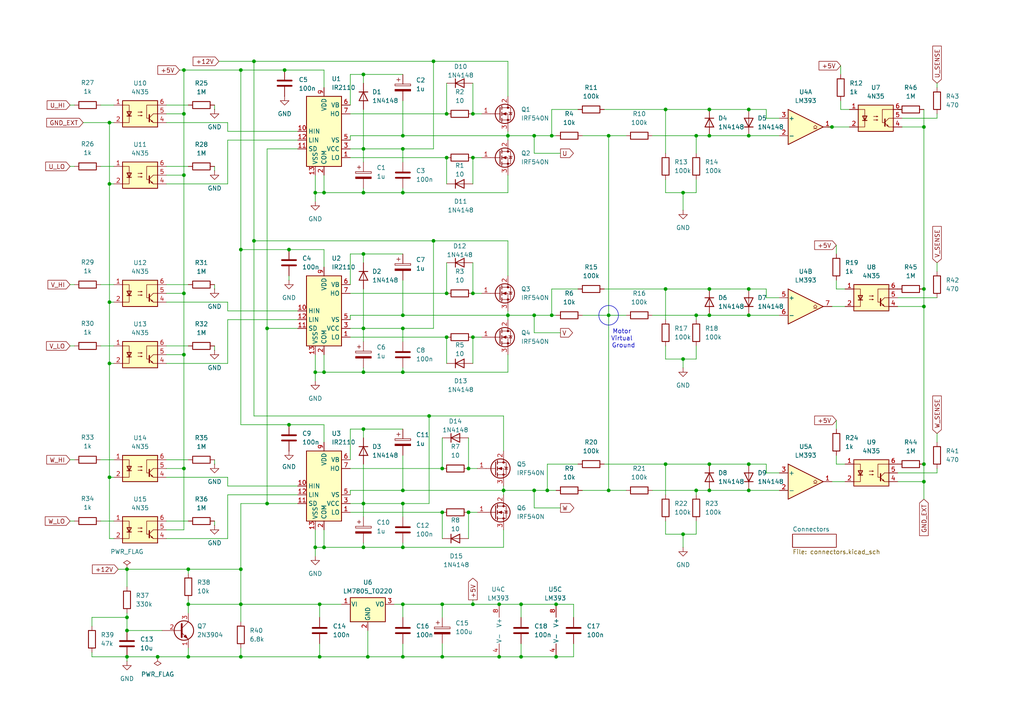
<source format=kicad_sch>
(kicad_sch (version 20231120) (generator "eeschema") (generator_version "8.0")
  (paper "A4")
  (junction (at 176.53 91.44))
  (junction (at 116.84 43.18))
  (junction (at 144.78 175.26))
  (junction (at 129.54 85.09))
  (junction (at 267.97 36.83))
  (junction (at 116.84 107.95))
  (junction (at 53.34 135.89))
  (junction (at 31.75 35.56))
  (junction (at 205.74 142.24))
  (junction (at 151.13 190.5))
  (junction (at 158.75 142.24))
  (junction (at 106.68 190.5))
  (junction (at 36.83 179.07))
  (junction (at 53.34 20.32))
  (junction (at 217.17 91.44))
  (junction (at 77.47 146.05))
  (junction (at 82.55 20.32))
  (junction (at 105.41 146.05))
  (junction (at 147.32 39.37))
  (junction (at 116.84 190.5))
  (junction (at 160.02 39.37))
  (junction (at 267.97 88.9))
  (junction (at 146.05 142.24))
  (junction (at 201.93 91.44))
  (junction (at 176.53 142.24))
  (junction (at 193.04 83.82))
  (junction (at 105.41 124.46))
  (junction (at 116.84 55.88))
  (junction (at 69.85 165.1))
  (junction (at 53.34 102.87))
  (junction (at 69.85 20.32))
  (junction (at 36.83 190.5))
  (junction (at 105.41 21.59))
  (junction (at 176.53 39.37))
  (junction (at 116.84 146.05))
  (junction (at 69.85 72.39))
  (junction (at 137.16 33.02))
  (junction (at 93.98 55.88))
  (junction (at 160.02 91.44))
  (junction (at 147.32 91.44))
  (junction (at 154.94 91.44))
  (junction (at 91.44 107.95))
  (junction (at 93.98 107.95))
  (junction (at 105.41 95.25))
  (junction (at 217.17 83.82))
  (junction (at 105.41 107.95))
  (junction (at 53.34 50.8))
  (junction (at 198.12 154.94))
  (junction (at 36.83 165.1))
  (junction (at 73.66 17.78))
  (junction (at 128.27 148.59))
  (junction (at 137.16 97.79))
  (junction (at 92.71 190.5))
  (junction (at 129.54 45.72))
  (junction (at 116.84 175.26))
  (junction (at 137.16 175.26))
  (junction (at 105.41 73.66))
  (junction (at 124.46 120.65))
  (junction (at 217.17 142.24))
  (junction (at 93.98 158.75))
  (junction (at 125.73 69.85))
  (junction (at 128.27 175.26))
  (junction (at 193.04 31.75))
  (junction (at 135.89 148.59))
  (junction (at 205.74 39.37))
  (junction (at 105.41 55.88))
  (junction (at 31.75 138.43))
  (junction (at 77.47 95.25))
  (junction (at 267.97 83.82))
  (junction (at 129.54 33.02))
  (junction (at 161.29 175.26))
  (junction (at 205.74 31.75))
  (junction (at 201.93 142.24))
  (junction (at 198.12 55.88))
  (junction (at 137.16 45.72))
  (junction (at 144.78 190.5))
  (junction (at 105.41 158.75))
  (junction (at 267.97 134.62))
  (junction (at 137.16 85.09))
  (junction (at 241.3 36.83))
  (junction (at 92.71 175.26))
  (junction (at 125.73 17.78))
  (junction (at 154.94 39.37))
  (junction (at 205.74 91.44))
  (junction (at 36.83 182.88))
  (junction (at 116.84 158.75))
  (junction (at 69.85 175.26))
  (junction (at 53.34 33.02))
  (junction (at 154.94 142.24))
  (junction (at 128.27 135.89))
  (junction (at 116.84 39.37))
  (junction (at 217.17 39.37))
  (junction (at 83.82 72.39))
  (junction (at 193.04 134.62))
  (junction (at 116.84 142.24))
  (junction (at 217.17 31.75))
  (junction (at 205.74 83.82))
  (junction (at 128.27 190.5))
  (junction (at 198.12 104.14))
  (junction (at 105.41 43.18))
  (junction (at 54.61 190.5))
  (junction (at 31.75 53.34))
  (junction (at 116.84 95.25))
  (junction (at 83.82 123.19))
  (junction (at 201.93 39.37))
  (junction (at 54.61 175.26))
  (junction (at 161.29 190.5))
  (junction (at 45.72 190.5))
  (junction (at 69.85 190.5))
  (junction (at 31.75 87.63))
  (junction (at 73.66 69.85))
  (junction (at 116.84 91.44))
  (junction (at 151.13 175.26))
  (junction (at 217.17 134.62))
  (junction (at 91.44 55.88))
  (junction (at 31.75 105.41))
  (junction (at 91.44 158.75))
  (junction (at 129.54 97.79))
  (junction (at 135.89 135.89))
  (junction (at 267.97 139.7))
  (junction (at 54.61 165.1))
  (junction (at 205.74 134.62))
  (junction (at 53.34 85.09))
  (wire (pts (xy 116.84 157.48) (xy 116.84 158.75)))
  (wire (pts (xy 48.26 153.67) (xy 53.34 153.67)))
  (wire (pts (xy 69.85 146.05) (xy 69.85 165.1)))
  (wire (pts (xy 217.17 83.82) (xy 222.25 83.82)))
  (wire (pts (xy 21.59 82.55) (xy 20.32 82.55)))
  (wire (pts (xy 66.04 90.17) (xy 86.36 90.17)))
  (wire (pts (xy 267.97 36.83) (xy 267.97 83.82)))
  (wire (pts (xy 29.21 30.48) (xy 33.02 30.48)))
  (wire (pts (xy 193.04 154.94) (xy 198.12 154.94)))
  (wire (pts (xy 77.47 95.25) (xy 86.36 95.25)))
  (wire (pts (xy 201.93 143.51) (xy 201.93 142.24)))
  (wire (pts (xy 151.13 175.26) (xy 161.29 175.26)))
  (wire (pts (xy 151.13 190.5) (xy 161.29 190.5)))
  (wire (pts (xy 105.41 73.66) (xy 105.41 76.2)))
  (wire (pts (xy 52.07 20.32) (xy 53.34 20.32)))
  (wire (pts (xy 21.59 151.13) (xy 20.32 151.13)))
  (wire (pts (xy 45.72 190.5) (xy 54.61 190.5)))
  (wire (pts (xy 105.41 54.61) (xy 105.41 55.88)))
  (wire (pts (xy 193.04 52.07) (xy 193.04 55.88)))
  (wire (pts (xy 116.84 106.68) (xy 116.84 107.95)))
  (wire (pts (xy 101.6 45.72) (xy 129.54 45.72)))
  (wire (pts (xy 101.6 91.44) (xy 101.6 92.71)))
  (wire (pts (xy 29.21 133.35) (xy 33.02 133.35)))
  (wire (pts (xy 91.44 50.8) (xy 91.44 55.88)))
  (wire (pts (xy 33.02 138.43) (xy 31.75 138.43)))
  (wire (pts (xy 53.34 135.89) (xy 53.34 153.67)))
  (wire (pts (xy 271.78 24.13) (xy 271.78 25.4)))
  (wire (pts (xy 66.04 140.97) (xy 66.04 138.43)))
  (wire (pts (xy 31.75 53.34) (xy 31.75 87.63)))
  (wire (pts (xy 201.93 100.33) (xy 201.93 104.14)))
  (wire (pts (xy 193.04 134.62) (xy 193.04 143.51)))
  (wire (pts (xy 105.41 106.68) (xy 105.41 107.95)))
  (wire (pts (xy 105.41 21.59) (xy 116.84 21.59)))
  (wire (pts (xy 31.75 105.41) (xy 33.02 105.41)))
  (wire (pts (xy 198.12 55.88) (xy 201.93 55.88)))
  (wire (pts (xy 91.44 102.87) (xy 91.44 107.95)))
  (wire (pts (xy 147.32 90.17) (xy 147.32 91.44)))
  (wire (pts (xy 63.5 17.78) (xy 73.66 17.78)))
  (wire (pts (xy 105.41 55.88) (xy 93.98 55.88)))
  (wire (pts (xy 101.6 30.48) (xy 101.6 21.59)))
  (wire (pts (xy 36.83 190.5) (xy 45.72 190.5)))
  (wire (pts (xy 201.93 92.71) (xy 201.93 91.44)))
  (wire (pts (xy 101.6 97.79) (xy 129.54 97.79)))
  (wire (pts (xy 36.83 190.5) (xy 36.83 191.77)))
  (wire (pts (xy 144.78 175.26) (xy 151.13 175.26)))
  (wire (pts (xy 154.94 96.52) (xy 162.56 96.52)))
  (wire (pts (xy 217.17 91.44) (xy 226.06 91.44)))
  (wire (pts (xy 129.54 45.72) (xy 129.54 53.34)))
  (wire (pts (xy 116.84 43.18) (xy 125.73 43.18)))
  (wire (pts (xy 193.04 31.75) (xy 193.04 44.45)))
  (wire (pts (xy 147.32 69.85) (xy 147.32 80.01)))
  (wire (pts (xy 66.04 140.97) (xy 86.36 140.97)))
  (wire (pts (xy 246.38 31.75) (xy 243.84 31.75)))
  (wire (pts (xy 91.44 153.67) (xy 91.44 158.75)))
  (wire (pts (xy 62.23 83.82) (xy 62.23 82.55)))
  (wire (pts (xy 48.26 48.26) (xy 54.61 48.26)))
  (wire (pts (xy 147.32 102.87) (xy 147.32 107.95)))
  (wire (pts (xy 205.74 31.75) (xy 193.04 31.75)))
  (wire (pts (xy 205.74 91.44) (xy 217.17 91.44)))
  (wire (pts (xy 105.41 21.59) (xy 105.41 24.13)))
  (wire (pts (xy 205.74 83.82) (xy 217.17 83.82)))
  (wire (pts (xy 62.23 134.62) (xy 62.23 133.35)))
  (wire (pts (xy 198.12 104.14) (xy 201.93 104.14)))
  (wire (pts (xy 267.97 139.7) (xy 267.97 144.78)))
  (wire (pts (xy 201.93 142.24) (xy 205.74 142.24)))
  (wire (pts (xy 128.27 190.5) (xy 144.78 190.5)))
  (wire (pts (xy 86.36 43.18) (xy 77.47 43.18)))
  (wire (pts (xy 154.94 39.37) (xy 154.94 44.45)))
  (wire (pts (xy 267.97 134.62) (xy 267.97 88.9)))
  (wire (pts (xy 21.59 48.26) (xy 20.32 48.26)))
  (wire (pts (xy 105.41 95.25) (xy 105.41 99.06)))
  (wire (pts (xy 101.6 124.46) (xy 105.41 124.46)))
  (wire (pts (xy 217.17 31.75) (xy 222.25 31.75)))
  (wire (pts (xy 34.29 165.1) (xy 36.83 165.1)))
  (wire (pts (xy 66.04 38.1) (xy 86.36 38.1)))
  (wire (pts (xy 93.98 102.87) (xy 93.98 107.95)))
  (wire (pts (xy 77.47 43.18) (xy 77.47 95.25)))
  (wire (pts (xy 48.26 100.33) (xy 54.61 100.33)))
  (wire (pts (xy 21.59 30.48) (xy 20.32 30.48)))
  (wire (pts (xy 271.78 76.2) (xy 271.78 78.74)))
  (wire (pts (xy 154.94 39.37) (xy 160.02 39.37)))
  (wire (pts (xy 31.75 87.63) (xy 33.02 87.63)))
  (wire (pts (xy 66.04 156.21) (xy 66.04 143.51)))
  (wire (pts (xy 147.32 55.88) (xy 116.84 55.88)))
  (wire (pts (xy 267.97 36.83) (xy 261.62 36.83)))
  (wire (pts (xy 137.16 97.79) (xy 139.7 97.79)))
  (wire (pts (xy 66.04 90.17) (xy 66.04 87.63)))
  (wire (pts (xy 245.11 83.82) (xy 242.57 83.82)))
  (wire (pts (xy 36.83 165.1) (xy 54.61 165.1)))
  (wire (pts (xy 261.62 34.29) (xy 271.78 34.29)))
  (wire (pts (xy 154.94 142.24) (xy 154.94 147.32)))
  (wire (pts (xy 135.89 148.59) (xy 135.89 156.21)))
  (wire (pts (xy 167.64 134.62) (xy 158.75 134.62)))
  (wire (pts (xy 48.26 135.89) (xy 53.34 135.89)))
  (wire (pts (xy 241.3 139.7) (xy 245.11 139.7)))
  (wire (pts (xy 31.75 35.56) (xy 31.75 53.34)))
  (wire (pts (xy 198.12 104.14) (xy 198.12 106.68)))
  (wire (pts (xy 193.04 104.14) (xy 198.12 104.14)))
  (wire (pts (xy 168.91 142.24) (xy 176.53 142.24)))
  (wire (pts (xy 151.13 186.69) (xy 151.13 190.5)))
  (wire (pts (xy 21.59 100.33) (xy 20.32 100.33)))
  (wire (pts (xy 147.32 107.95) (xy 116.84 107.95)))
  (wire (pts (xy 21.59 133.35) (xy 20.32 133.35)))
  (wire (pts (xy 48.26 151.13) (xy 54.61 151.13)))
  (wire (pts (xy 146.05 158.75) (xy 116.84 158.75)))
  (wire (pts (xy 128.27 148.59) (xy 128.27 156.21)))
  (wire (pts (xy 124.46 146.05) (xy 124.46 120.65)))
  (wire (pts (xy 86.36 143.51) (xy 66.04 143.51)))
  (wire (pts (xy 105.41 55.88) (xy 116.84 55.88)))
  (wire (pts (xy 101.6 39.37) (xy 101.6 40.64)))
  (wire (pts (xy 31.75 53.34) (xy 33.02 53.34)))
  (wire (pts (xy 201.93 39.37) (xy 205.74 39.37)))
  (wire (pts (xy 125.73 95.25) (xy 125.73 69.85)))
  (wire (pts (xy 48.26 50.8) (xy 53.34 50.8)))
  (wire (pts (xy 73.66 69.85) (xy 125.73 69.85)))
  (wire (pts (xy 116.84 54.61) (xy 116.84 55.88)))
  (wire (pts (xy 166.37 175.26) (xy 166.37 179.07)))
  (wire (pts (xy 77.47 146.05) (xy 86.36 146.05)))
  (wire (pts (xy 48.26 133.35) (xy 54.61 133.35)))
  (wire (pts (xy 137.16 33.02) (xy 139.7 33.02)))
  (wire (pts (xy 137.16 45.72) (xy 139.7 45.72)))
  (wire (pts (xy 151.13 175.26) (xy 151.13 179.07)))
  (wire (pts (xy 53.34 33.02) (xy 53.34 50.8)))
  (wire (pts (xy 105.41 43.18) (xy 101.6 43.18)))
  (wire (pts (xy 147.32 17.78) (xy 125.73 17.78)))
  (wire (pts (xy 261.62 31.75) (xy 260.35 31.75)))
  (wire (pts (xy 105.41 134.62) (xy 105.41 146.05)))
  (wire (pts (xy 135.89 127) (xy 135.89 135.89)))
  (wire (pts (xy 62.23 101.6) (xy 62.23 100.33)))
  (wire (pts (xy 167.64 31.75) (xy 160.02 31.75)))
  (wire (pts (xy 53.34 102.87) (xy 53.34 135.89)))
  (wire (pts (xy 31.75 105.41) (xy 31.75 138.43)))
  (wire (pts (xy 205.74 31.75) (xy 217.17 31.75)))
  (wire (pts (xy 26.67 181.61) (xy 26.67 179.07)))
  (wire (pts (xy 53.34 50.8) (xy 53.34 85.09)))
  (wire (pts (xy 101.6 82.55) (xy 101.6 73.66)))
  (wire (pts (xy 154.94 44.45) (xy 162.56 44.45)))
  (wire (pts (xy 137.16 45.72) (xy 137.16 53.34)))
  (wire (pts (xy 242.57 83.82) (xy 242.57 81.28)))
  (wire (pts (xy 66.04 105.41) (xy 66.04 92.71)))
  (wire (pts (xy 241.3 36.83) (xy 246.38 36.83)))
  (wire (pts (xy 271.78 125.73) (xy 271.78 128.27)))
  (wire (pts (xy 48.26 35.56) (xy 66.04 35.56)))
  (wire (pts (xy 69.85 72.39) (xy 83.82 72.39)))
  (wire (pts (xy 48.26 82.55) (xy 54.61 82.55)))
  (wire (pts (xy 83.82 72.39) (xy 93.98 72.39)))
  (wire (pts (xy 137.16 76.2) (xy 137.16 85.09)))
  (wire (pts (xy 222.25 134.62) (xy 222.25 137.16)))
  (wire (pts (xy 160.02 31.75) (xy 160.02 39.37)))
  (wire (pts (xy 146.05 120.65) (xy 124.46 120.65)))
  (wire (pts (xy 66.04 92.71) (xy 86.36 92.71)))
  (wire (pts (xy 240.03 36.83) (xy 241.3 36.83)))
  (wire (pts (xy 93.98 123.19) (xy 93.98 128.27)))
  (wire (pts (xy 83.82 123.19) (xy 93.98 123.19)))
  (wire (pts (xy 73.66 120.65) (xy 124.46 120.65)))
  (wire (pts (xy 260.35 86.36) (xy 271.78 86.36)))
  (wire (pts (xy 160.02 91.44) (xy 161.29 91.44)))
  (wire (pts (xy 217.17 134.62) (xy 222.25 134.62)))
  (wire (pts (xy 116.84 146.05) (xy 124.46 146.05)))
  (wire (pts (xy 128.27 175.26) (xy 137.16 175.26)))
  (wire (pts (xy 176.53 91.44) (xy 176.53 142.24)))
  (wire (pts (xy 48.26 33.02) (xy 53.34 33.02)))
  (wire (pts (xy 198.12 154.94) (xy 198.12 158.75)))
  (wire (pts (xy 66.04 53.34) (xy 66.04 40.64)))
  (wire (pts (xy 267.97 31.75) (xy 267.97 36.83)))
  (wire (pts (xy 101.6 133.35) (xy 101.6 124.46)))
  (wire (pts (xy 48.26 138.43) (xy 66.04 138.43)))
  (wire (pts (xy 222.25 34.29) (xy 226.06 34.29)))
  (wire (pts (xy 53.34 20.32) (xy 53.34 33.02)))
  (wire (pts (xy 106.68 190.5) (xy 106.68 182.88)))
  (wire (pts (xy 116.84 95.25) (xy 125.73 95.25)))
  (wire (pts (xy 129.54 24.13) (xy 129.54 33.02)))
  (wire (pts (xy 36.83 179.07) (xy 36.83 182.88)))
  (wire (pts (xy 243.84 19.05) (xy 243.84 21.59)))
  (wire (pts (xy 105.41 83.82) (xy 105.41 95.25)))
  (wire (pts (xy 160.02 83.82) (xy 160.02 91.44)))
  (wire (pts (xy 54.61 165.1) (xy 69.85 165.1)))
  (wire (pts (xy 69.85 190.5) (xy 92.71 190.5)))
  (wire (pts (xy 73.66 69.85) (xy 73.66 120.65)))
  (wire (pts (xy 168.91 91.44) (xy 176.53 91.44)))
  (wire (pts (xy 105.41 146.05) (xy 116.84 146.05)))
  (wire (pts (xy 137.16 97.79) (xy 137.16 105.41)))
  (wire (pts (xy 48.26 87.63) (xy 66.04 87.63)))
  (wire (pts (xy 91.44 158.75) (xy 91.44 161.29)))
  (wire (pts (xy 93.98 20.32) (xy 93.98 25.4)))
  (wire (pts (xy 137.16 24.13) (xy 137.16 33.02)))
  (wire (pts (xy 116.84 29.21) (xy 116.84 39.37)))
  (wire (pts (xy 62.23 152.4) (xy 62.23 151.13)))
  (wire (pts (xy 242.57 121.92) (xy 242.57 124.46)))
  (wire (pts (xy 243.84 31.75) (xy 243.84 29.21)))
  (wire (pts (xy 101.6 85.09) (xy 129.54 85.09)))
  (wire (pts (xy 217.17 142.24) (xy 226.06 142.24)))
  (wire (pts (xy 82.55 20.32) (xy 93.98 20.32)))
  (wire (pts (xy 271.78 33.02) (xy 271.78 34.29)))
  (wire (pts (xy 26.67 189.23) (xy 26.67 190.5)))
  (wire (pts (xy 116.84 91.44) (xy 147.32 91.44)))
  (wire (pts (xy 69.85 123.19) (xy 83.82 123.19)))
  (wire (pts (xy 91.44 55.88) (xy 91.44 58.42)))
  (wire (pts (xy 116.84 146.05) (xy 116.84 149.86)))
  (wire (pts (xy 69.85 175.26) (xy 69.85 180.34)))
  (wire (pts (xy 62.23 49.53) (xy 62.23 48.26)))
  (wire (pts (xy 48.26 102.87) (xy 53.34 102.87)))
  (wire (pts (xy 242.57 71.12) (xy 242.57 73.66)))
  (wire (pts (xy 66.04 40.64) (xy 86.36 40.64)))
  (wire (pts (xy 160.02 39.37) (xy 161.29 39.37)))
  (wire (pts (xy 29.21 100.33) (xy 33.02 100.33)))
  (wire (pts (xy 222.25 137.16) (xy 226.06 137.16)))
  (wire (pts (xy 54.61 165.1) (xy 54.61 166.37)))
  (wire (pts (xy 116.84 43.18) (xy 116.84 46.99)))
  (wire (pts (xy 54.61 187.96) (xy 54.61 190.5)))
  (wire (pts (xy 201.93 91.44) (xy 205.74 91.44)))
  (wire (pts (xy 114.3 175.26) (xy 116.84 175.26)))
  (wire (pts (xy 137.16 175.26) (xy 144.78 175.26)))
  (wire (pts (xy 93.98 158.75) (xy 91.44 158.75)))
  (wire (pts (xy 137.16 173.99) (xy 137.16 175.26)))
  (wire (pts (xy 147.32 69.85) (xy 125.73 69.85)))
  (wire (pts (xy 241.3 88.9) (xy 245.11 88.9)))
  (wire (pts (xy 101.6 73.66) (xy 105.41 73.66)))
  (wire (pts (xy 189.23 39.37) (xy 201.93 39.37)))
  (wire (pts (xy 147.32 39.37) (xy 147.32 40.64)))
  (wire (pts (xy 105.41 158.75) (xy 116.84 158.75)))
  (wire (pts (xy 91.44 107.95) (xy 91.44 110.49)))
  (wire (pts (xy 26.67 179.07) (xy 36.83 179.07)))
  (wire (pts (xy 271.78 135.89) (xy 271.78 137.16)))
  (wire (pts (xy 105.41 31.75) (xy 105.41 43.18)))
  (wire (pts (xy 29.21 48.26) (xy 33.02 48.26)))
  (wire (pts (xy 54.61 175.26) (xy 54.61 177.8)))
  (wire (pts (xy 147.32 38.1) (xy 147.32 39.37)))
  (wire (pts (xy 116.84 186.69) (xy 116.84 190.5)))
  (wire (pts (xy 193.04 83.82) (xy 175.26 83.82)))
  (wire (pts (xy 245.11 134.62) (xy 242.57 134.62)))
  (wire (pts (xy 201.93 52.07) (xy 201.93 55.88)))
  (wire (pts (xy 144.78 190.5) (xy 151.13 190.5)))
  (wire (pts (xy 105.41 157.48) (xy 105.41 158.75)))
  (wire (pts (xy 36.83 177.8) (xy 36.83 179.07)))
  (wire (pts (xy 105.41 73.66) (xy 116.84 73.66)))
  (wire (pts (xy 105.41 95.25) (xy 101.6 95.25)))
  (wire (pts (xy 105.41 124.46) (xy 116.84 124.46)))
  (wire (pts (xy 101.6 39.37) (xy 116.84 39.37)))
  (wire (pts (xy 116.84 39.37) (xy 147.32 39.37)))
  (wire (pts (xy 105.41 95.25) (xy 116.84 95.25)))
  (wire (pts (xy 137.16 85.09) (xy 139.7 85.09)))
  (wire (pts (xy 36.83 170.18) (xy 36.83 165.1)))
  (wire (pts (xy 31.75 87.63) (xy 31.75 105.41)))
  (wire (pts (xy 146.05 120.65) (xy 146.05 130.81)))
  (wire (pts (xy 77.47 95.25) (xy 77.47 146.05)))
  (wire (pts (xy 101.6 91.44) (xy 116.84 91.44)))
  (wire (pts (xy 105.41 43.18) (xy 105.41 46.99)))
  (wire (pts (xy 116.84 81.28) (xy 116.84 91.44)))
  (wire (pts (xy 260.35 137.16) (xy 271.78 137.16)))
  (wire (pts (xy 205.74 134.62) (xy 193.04 134.62)))
  (wire (pts (xy 222.25 31.75) (xy 222.25 34.29)))
  (wire (pts (xy 105.41 158.75) (xy 93.98 158.75)))
  (wire (pts (xy 217.17 39.37) (xy 226.06 39.37)))
  (wire (pts (xy 128.27 127) (xy 128.27 135.89)))
  (wire (pts (xy 101.6 135.89) (xy 128.27 135.89)))
  (wire (pts (xy 116.84 190.5) (xy 106.68 190.5)))
  (wire (pts (xy 176.53 91.44) (xy 181.61 91.44)))
  (wire (pts (xy 29.21 151.13) (xy 33.02 151.13)))
  (wire (pts (xy 36.83 190.5) (xy 26.67 190.5)))
  (wire (pts (xy 83.82 80.01) (xy 83.82 81.28)))
  (wire (pts (xy 146.05 142.24) (xy 146.05 143.51)))
  (wire (pts (xy 205.74 39.37) (xy 217.17 39.37)))
  (wire (pts (xy 69.85 20.32) (xy 69.85 72.39)))
  (wire (pts (xy 105.41 107.95) (xy 93.98 107.95)))
  (wire (pts (xy 54.61 190.5) (xy 69.85 190.5)))
  (wire (pts (xy 105.41 124.46) (xy 105.41 127)))
  (wire (pts (xy 147.32 91.44) (xy 154.94 91.44)))
  (wire (pts (xy 128.27 186.69) (xy 128.27 190.5)))
  (wire (pts (xy 242.57 134.62) (xy 242.57 132.08)))
  (wire (pts (xy 101.6 142.24) (xy 101.6 143.51)))
  (wire (pts (xy 147.32 39.37) (xy 154.94 39.37)))
  (wire (pts (xy 135.89 148.59) (xy 138.43 148.59)))
  (wire (pts (xy 193.04 55.88) (xy 198.12 55.88)))
  (wire (pts (xy 168.91 39.37) (xy 176.53 39.37)))
  (wire (pts (xy 29.21 82.55) (xy 33.02 82.55)))
  (wire (pts (xy 146.05 153.67) (xy 146.05 158.75)))
  (wire (pts (xy 62.23 31.75) (xy 62.23 30.48)))
  (wire (pts (xy 92.71 175.26) (xy 99.06 175.26)))
  (wire (pts (xy 105.41 43.18) (xy 116.84 43.18)))
  (wire (pts (xy 154.94 91.44) (xy 154.94 96.52)))
  (wire (pts (xy 31.75 156.21) (xy 31.75 138.43)))
  (wire (pts (xy 161.29 175.26) (xy 166.37 175.26)))
  (wire (pts (xy 129.54 76.2) (xy 129.54 85.09)))
  (wire (pts (xy 222.25 83.82) (xy 222.25 86.36)))
  (wire (pts (xy 129.54 97.79) (xy 129.54 105.41)))
  (wire (pts (xy 48.26 85.09) (xy 53.34 85.09)))
  (wire (pts (xy 146.05 142.24) (xy 154.94 142.24)))
  (wire (pts (xy 48.26 105.41) (xy 66.04 105.41)))
  (wire (pts (xy 176.53 39.37) (xy 181.61 39.37)))
  (wire (pts (xy 166.37 186.69) (xy 166.37 190.5)))
  (wire (pts (xy 193.04 151.13) (xy 193.04 154.94)))
  (wire (pts (xy 198.12 154.94) (xy 201.93 154.94)))
  (wire (pts (xy 116.84 142.24) (xy 146.05 142.24)))
  (wire (pts (xy 205.74 142.24) (xy 217.17 142.24)))
  (wire (pts (xy 93.98 107.95) (xy 91.44 107.95)))
  (wire (pts (xy 125.73 43.18) (xy 125.73 17.78)))
  (wire (pts (xy 93.98 77.47) (xy 93.98 72.39)))
  (wire (pts (xy 267.97 83.82) (xy 267.97 88.9)))
  (wire (pts (xy 73.66 17.78) (xy 73.66 69.85)))
  (wire (pts (xy 66.04 38.1) (xy 66.04 35.56)))
  (wire (pts (xy 105.41 146.05) (xy 101.6 146.05)))
  (wire (pts (xy 205.74 83.82) (xy 193.04 83.82)))
  (wire (pts (xy 101.6 21.59) (xy 105.41 21.59)))
  (wire (pts (xy 189.23 142.24) (xy 201.93 142.24)))
  (wire (pts (xy 54.61 175.26) (xy 69.85 175.26)))
  (wire (pts (xy 222.25 86.36) (xy 226.06 86.36)))
  (wire (pts (xy 116.84 175.26) (xy 116.84 179.07)))
  (wire (pts (xy 158.75 134.62) (xy 158.75 142.24)))
  (wire (pts (xy 260.35 88.9) (xy 267.97 88.9)))
  (wire (pts (xy 69.85 187.96) (xy 69.85 190.5)))
  (wire (pts (xy 201.93 151.13) (xy 201.93 154.94)))
  (wire (pts (xy 92.71 186.69) (xy 92.71 190.5)))
  (wire (pts (xy 128.27 175.26) (xy 128.27 179.07)))
  (wire (pts (xy 54.61 173.99) (xy 54.61 175.26)))
  (wire (pts (xy 147.32 91.44) (xy 147.32 92.71)))
  (wire (pts (xy 176.53 142.24) (xy 181.61 142.24)))
  (wire (pts (xy 92.71 190.5) (xy 106.68 190.5)))
  (wire (pts (xy 116.84 95.25) (xy 116.84 99.06)))
  (wire (pts (xy 93.98 55.88) (xy 91.44 55.88)))
  (wire (pts (xy 105.41 146.05) (xy 105.41 149.86)))
  (wire (pts (xy 69.85 175.26) (xy 92.71 175.26)))
  (wire (pts (xy 205.74 134.62) (xy 217.17 134.62)))
  (wire (pts (xy 147.32 50.8) (xy 147.32 55.88)))
  (wire (pts (xy 36.83 182.88) (xy 46.99 182.88)))
  (wire (pts (xy 116.84 175.26) (xy 128.27 175.26)))
  (wire (pts (xy 73.66 17.78) (xy 125.73 17.78)))
  (wire (pts (xy 189.23 91.44) (xy 201.93 91.44)))
  (wire (pts (xy 193.04 31.75) (xy 175.26 31.75)))
  (wire (pts (xy 48.26 30.48) (xy 54.61 30.48)))
  (wire (pts (xy 161.29 190.5) (xy 166.37 190.5)))
  (wire (pts (xy 154.94 142.24) (xy 158.75 142.24)))
  (wire (pts (xy 92.71 175.26) (xy 92.71 179.07)))
  (wire (pts (xy 33.02 156.21) (xy 31.75 156.21)))
  (wire (pts (xy 260.35 139.7) (xy 267.97 139.7)))
  (wire (pts (xy 101.6 33.02) (xy 129.54 33.02)))
  (wire (pts (xy 48.26 53.34) (xy 66.04 53.34)))
  (wire (pts (xy 147.32 17.78) (xy 147.32 27.94)))
  (wire (pts (xy 135.89 135.89) (xy 138.43 135.89)))
  (wire (pts (xy 193.04 134.62) (xy 175.26 134.62)))
  (wire (pts (xy 154.94 147.32) (xy 162.56 147.32)))
  (wire (pts (xy 69.85 165.1) (xy 69.85 175.26)))
  (wire (pts (xy 267.97 139.7) (xy 267.97 134.62)))
  (wire (pts (xy 93.98 50.8) (xy 93.98 55.88)))
  (wire (pts (xy 201.93 44.45) (xy 201.93 39.37)))
  (wire (pts (xy 101.6 142.24) (xy 116.84 142.24)))
  (wire (pts (xy 93.98 153.67) (xy 93.98 158.75)))
  (wire (pts (xy 193.04 100.33) (xy 193.04 104.14)))
  (wire (pts (xy 158.75 142.24) (xy 161.29 142.24)))
  (wire (pts (xy 198.12 55.88) (xy 198.12 60.96)))
  (wire (pts (xy 53.34 20.32) (xy 69.85 20.32)))
  (wire (pts (xy 154.94 91.44) (xy 160.02 91.44)))
  (wire (pts (xy 167.64 83.82) (xy 160.02 83.82)))
  (wire (pts (xy 31.75 35.56) (xy 33.02 35.56)))
  (wire (pts (xy 176.53 39.37) (xy 176.53 91.44)))
  (wire (pts (xy 105.41 107.95) (xy 116.84 107.95)))
  (wire (pts (xy 193.04 83.82) (xy 193.04 92.71)))
  (wire (pts (xy 146.05 140.97) (xy 146.05 142.24)))
  (wire (pts (xy 101.6 148.59) (xy 128.27 148.59)))
  (wire (pts (xy 24.13 35.56) (xy 31.75 35.56)))
  (wire (pts (xy 69.85 146.05) (xy 77.47 146.05)))
  (wire (pts (xy 69.85 20.32) (xy 82.55 20.32)))
  (wire (pts (xy 48.26 156.21) (xy 66.04 156.21)))
  (wire (pts (xy 128.27 190.5) (xy 116.84 190.5)))
  (wire (pts (xy 116.84 132.08) (xy 116.84 142.24)))
  (wire (pts (xy 69.85 72.39) (xy 69.85 123.19)))
  (wire (pts (xy 53.34 85.09) (xy 53.34 102.87)))
  (circle (center 176.53 91.44) (radius 2.8398))
  (text "Motor \nVirtual \nGround" (at 180.848 98.298 0) (effects (font (size 1.27 1.27))))
  (global_label "W_HI" (shape input) (at 20.32 133.35 180) (property "Intersheetrefs" "${INTERSHEET_REFS}" (effects (hide yes))))
  (global_label "V_HI" (shape input) (at 20.32 82.55 180) (property "Intersheetrefs" "${INTERSHEET_REFS}" (effects (hide yes))))
  (global_label "U" (shape output) (at 162.56 44.45 0) (property "Intersheetrefs" "${INTERSHEET_REFS}" (effects (hide yes))))
  (global_label "GND_EXT" (shape input) (at 267.97 144.78 270) (property "Intersheetrefs" "${INTERSHEET_REFS}" (effects (hide yes))))
  (global_label "+12V" (shape input) (at 63.5 17.78 180) (property "Intersheetrefs" "${INTERSHEET_REFS}" (effects (hide yes))))
  (global_label "W_SENSE" (shape input) (at 271.78 125.73 90) (property "Intersheetrefs" "${INTERSHEET_REFS}" (effects (hide yes))))
  (global_label "+5V" (shape input) (at 242.57 121.92 180) (property "Intersheetrefs" "${INTERSHEET_REFS}" (effects (hide yes))))
  (global_label "+5V" (shape input) (at 52.07 20.32 180) (property "Intersheetrefs" "${INTERSHEET_REFS}" (effects (hide yes))))
  (global_label "V" (shape output) (at 162.56 96.52 0) (property "Intersheetrefs" "${INTERSHEET_REFS}" (effects (hide yes))))
  (global_label "+5V" (shape input) (at 243.84 19.05 180) (property "Intersheetrefs" "${INTERSHEET_REFS}" (effects (hide yes))))
  (global_label "V_LO" (shape input) (at 20.32 100.33 180) (property "Intersheetrefs" "${INTERSHEET_REFS}" (effects (hide yes))))
  (global_label "GND_EXT" (shape input) (at 24.13 35.56 180) (property "Intersheetrefs" "${INTERSHEET_REFS}" (effects (hide yes))))
  (global_label "W" (shape output) (at 162.56 147.32 0) (property "Intersheetrefs" "${INTERSHEET_REFS}" (effects (hide yes))))
  (global_label "U_SENSE" (shape input) (at 271.78 24.13 90) (property "Intersheetrefs" "${INTERSHEET_REFS}" (effects (hide yes))))
  (global_label "U_HI" (shape input) (at 20.32 30.48 180) (property "Intersheetrefs" "${INTERSHEET_REFS}" (effects (hide yes))))
  (global_label "+12V" (shape input) (at 34.29 165.1 180) (property "Intersheetrefs" "${INTERSHEET_REFS}" (effects (hide yes))))
  (global_label "W_LO" (shape input) (at 20.32 151.13 180) (property "Intersheetrefs" "${INTERSHEET_REFS}" (effects (hide yes))))
  (global_label "U_LO" (shape input) (at 20.32 48.26 180) (property "Intersheetrefs" "${INTERSHEET_REFS}" (effects (hide yes))))
  (global_label "+5V" (shape output) (at 137.16 173.99 90) (property "Intersheetrefs" "${INTERSHEET_REFS}" (effects (hide yes))))
  (global_label "+5V" (shape input) (at 242.57 71.12 180) (property "Intersheetrefs" "${INTERSHEET_REFS}" (effects (hide yes))))
  (global_label "V_SENSE" (shape input) (at 271.78 76.2 90) (property "Intersheetrefs" "${INTERSHEET_REFS}" (effects (hide yes))))
  (symbol (lib_id "Device:C_Polarized") (at 105.41 102.87 0) (unit 1)
    (property "Reference" "C6" (at 109.22 100.7109 0) (effects (justify left)))
    (property "Value" "1u" (at 109.22 103.2509 0) (effects (justify left)))
    (property "Description" "Polarized capacitor" (effects (hide yes)))
  )
  (symbol (lib_id "Diode:1N4148") (at 132.08 156.21 0) (unit 1)
    (property "Reference" "D15" (at 132.334 161.29 0))
    (property "Value" "1N4148" (at 132.334 163.83 0))
    (property "Footprint" "Diode_THT:D_DO-35_SOD27_P7.62mm_Horizontal" (effects (hide yes)))
    (property "Datasheet" "https://assets.nexperia.com/documents/data-sheet/1N4148_1N4448.pdf" (effects (hide yes)))
    (property "Description" "100V 0.15A standard switching diode, DO-35" (effects (hide yes)))
    (property "Sim.Device" "D" (effects (hide yes)))
    (property "Sim.Pins" "1=K 2=A" (effects (hide yes)))
  )
  (symbol (lib_id "Device:R") (at 264.16 134.62 90) (unit 1)
    (property "Reference" "R44" (at 264.16 128.27 90))
    (property "Value" "1M" (at 264.16 130.81 90))
    (property "Footprint" "Resistor_THT:R_Axial_DIN0207_L6.3mm_D2.5mm_P7.62mm_Horizontal" (effects (hide yes)))
    (property "Description" "Resistor" (effects (hide yes)))
  )
  (symbol (lib_id "power:GND") (at 91.44 110.49 0) (unit 1)
    (property "Reference" "#PWR02" (effects (hide yes)))
    (property "Value" "GND" (at 91.44 115.57 0))
    (property "Description" "Power symbol creates a global label with name \"GND\" , ground" (effects (hide yes)))
  )
  (symbol (lib_id "Device:R") (at 132.08 135.89 90) (unit 1)
    (property "Reference" "R7" (at 132.08 129.54 90))
    (property "Value" "10" (at 132.08 132.08 90))
    (property "Footprint" "Resistor_THT:R_Axial_DIN0207_L6.3mm_D2.5mm_P7.62mm_Horizontal" (effects (hide yes)))
    (property "Description" "Resistor" (effects (hide yes)))
  )
  (symbol (lib_id "Device:R") (at 25.4 100.33 90) (unit 1)
    (property "Reference" "R30" (at 25.4 93.8424 90))
    (property "Value" "1k" (at 25.4 96.3824 90))
    (property "Footprint" "Resistor_THT:R_Axial_DIN0207_L6.3mm_D2.5mm_P7.62mm_Horizontal" (effects (hide yes)))
    (property "Description" "Resistor" (effects (hide yes)))
  )
  (symbol (lib_id "Device:R") (at 264.16 83.82 90) (unit 1)
    (property "Reference" "R45" (at 264.16 77.47 90))
    (property "Value" "1M" (at 264.16 80.01 90))
    (property "Footprint" "Resistor_THT:R_Axial_DIN0207_L6.3mm_D2.5mm_P7.62mm_Horizontal" (effects (hide yes)))
    (property "Description" "Resistor" (effects (hide yes)))
  )
  (symbol (lib_id "Device:C") (at 82.55 24.13 0) (unit 1)
    (property "Reference" "C5" (at 86.614 23.114 0) (effects (justify left)))
    (property "Value" "100n" (at 86.614 25.654 0) (effects (justify left)))
    (property "Description" "Unpolarized capacitor" (effects (hide yes)))
  )
  (symbol (lib_id "power:GND") (at 82.55 27.94 0) (unit 1)
    (property "Reference" "#PWR014" (effects (hide yes)))
    (property "Value" "GND" (at 82.55 33.02 0))
    (property "Description" "Power symbol creates a global label with name \"GND\" , ground" (effects (hide yes)))
  )
  (symbol (lib_id "Diode:1N4148") (at 105.41 27.94 270) (unit 1)
    (property "Reference" "D1" (at 107.95 26.6699 90) (effects (justify left)))
    (property "Value" "1N4148" (at 107.95 29.2099 90) (effects (justify left)))
    (property "Footprint" "Diode_THT:D_DO-35_SOD27_P7.62mm_Horizontal" (effects (hide yes)))
    (property "Datasheet" "https://assets.nexperia.com/documents/data-sheet/1N4148_1N4448.pdf" (effects (hide yes)))
    (property "Description" "100V 0.15A standard switching diode, DO-35" (effects (hide yes)))
    (property "Sim.Device" "D" (effects (hide yes)))
    (property "Sim.Pins" "1=K 2=A" (effects (hide yes)))
  )
  (symbol (lib_id "Device:R") (at 193.04 96.52 180) (unit 1)
    (property "Reference" "R17" (at 195.58 95.2499 0) (effects (justify right)))
    (property "Value" "100k" (at 195.58 97.7899 0) (effects (justify right)))
    (property "Footprint" "Resistor_THT:R_Axial_DIN0207_L6.3mm_D2.5mm_P7.62mm_Horizontal" (effects (hide yes)))
    (property "Description" "Resistor" (effects (hide yes)))
  )
  (symbol (lib_id "Device:R") (at 171.45 31.75 90) (unit 1)
    (property "Reference" "R11" (at 171.45 25.4 90))
    (property "Value" "100k" (at 171.45 27.94 90))
    (property "Footprint" "Resistor_THT:R_Axial_DIN0207_L6.3mm_D2.5mm_P7.62mm_Horizontal" (effects (hide yes)))
    (property "Description" "Resistor" (effects (hide yes)))
  )
  (symbol (lib_id "Device:R") (at 25.4 30.48 90) (unit 1)
    (property "Reference" "R27" (at 25.4 23.9924 90))
    (property "Value" "1k" (at 25.4 26.5324 90))
    (property "Footprint" "Resistor_THT:R_Axial_DIN0207_L6.3mm_D2.5mm_P7.62mm_Horizontal" (effects (hide yes)))
    (property "Description" "Resistor" (effects (hide yes)))
  )
  (symbol (lib_id "Device:R") (at 201.93 96.52 180) (unit 1)
    (property "Reference" "R18" (at 204.47 95.2499 0) (effects (justify right)))
    (property "Value" "100k" (at 204.47 97.7899 0) (effects (justify right)))
    (property "Footprint" "Resistor_THT:R_Axial_DIN0207_L6.3mm_D2.5mm_P7.62mm_Horizontal" (effects (hide yes)))
    (property "Description" "Resistor" (effects (hide yes)))
  )
  (symbol (lib_id "Comparator:LM393") (at 233.68 36.83 0) (unit 1)
    (property "Reference" "U4" (at 233.68 26.67 0))
    (property "Value" "LM393" (at 233.68 29.21 0))
    (property "Footprint" "Package_DIP:DIP-8_W7.62mm" (effects (hide yes)))
    (property "Datasheet" "http://www.ti.com/lit/ds/symlink/lm393.pdf" (effects (hide yes)))
    (property "Description" "Low-Power, Low-Offset Voltage, Dual Comparators, DIP-8/SOIC-8/TO-99-8" (effects (hide yes)))
  )
  (symbol (lib_id "Device:R") (at 165.1 91.44 90) (unit 1)
    (property "Reference" "R6" (at 165.1 85.09 90))
    (property "Value" "10k" (at 165.1 87.63 90))
    (property "Footprint" "Resistor_THT:R_Axial_DIN0207_L6.3mm_D2.5mm_P7.62mm_Horizontal" (effects (hide yes)))
    (property "Description" "Resistor" (effects (hide yes)))
  )
  (symbol (lib_id "Device:R") (at 201.93 48.26 180) (unit 1)
    (property "Reference" "R14" (at 204.47 46.9899 0) (effects (justify right)))
    (property "Value" "100k" (at 204.47 49.5299 0) (effects (justify right)))
    (property "Footprint" "Resistor_THT:R_Axial_DIN0207_L6.3mm_D2.5mm_P7.62mm_Horizontal" (effects (hide yes)))
    (property "Description" "Resistor" (effects (hide yes)))
  )
  (symbol (lib_id "Diode:1N4148") (at 133.35 53.34 0) (unit 1)
    (property "Reference" "D11" (at 133.604 58.42 0))
    (property "Value" "1N4148" (at 133.604 60.96 0))
    (property "Footprint" "Diode_THT:D_DO-35_SOD27_P7.62mm_Horizontal" (effects (hide yes)))
    (property "Datasheet" "https://assets.nexperia.com/documents/data-sheet/1N4148_1N4448.pdf" (effects (hide yes)))
    (property "Description" "100V 0.15A standard switching diode, DO-35" (effects (hide yes)))
    (property "Sim.Device" "D" (effects (hide yes)))
    (property "Sim.Pins" "1=K 2=A" (effects (hide yes)))
  )
  (symbol (lib_id "Device:R") (at 271.78 132.08 180) (unit 1)
    (property "Reference" "R41" (at 274.32 130.8099 0) (effects (justify right)))
    (property "Value" "470" (at 274.32 133.3499 0) (effects (justify right)))
    (property "Footprint" "Resistor_THT:R_Axial_DIN0207_L6.3mm_D2.5mm_P7.62mm_Horizontal" (effects (hide yes)))
    (property "Description" "Resistor" (effects (hide yes)))
  )
  (symbol (lib_id "Device:R") (at 25.4 133.35 90) (unit 1)
    (property "Reference" "R33" (at 25.4 126.8624 90))
    (property "Value" "1k" (at 25.4 129.4024 90))
    (property "Footprint" "Resistor_THT:R_Axial_DIN0207_L6.3mm_D2.5mm_P7.62mm_Horizontal" (effects (hide yes)))
    (property "Description" "Resistor" (effects (hide yes)))
  )
  (symbol (lib_id "Device:R") (at 185.42 142.24 90) (unit 1)
    (property "Reference" "R21" (at 185.42 135.89 90))
    (property "Value" "100k" (at 185.42 138.43 90))
    (property "Footprint" "Resistor_THT:R_Axial_DIN0207_L6.3mm_D2.5mm_P7.62mm_Horizontal" (effects (hide yes)))
    (property "Description" "Resistor" (effects (hide yes)))
  )
  (symbol (lib_id "Device:C") (at 36.83 186.69 0) (unit 1)
    (property "Reference" "C13" (at 40.64 185.4199 0) (effects (justify left)))
    (property "Value" "10u" (at 40.64 187.9599 0) (effects (justify left)))
    (property "Description" "Unpolarized capacitor" (effects (hide yes)))
  )
  (symbol (lib_id "power:GND") (at 62.23 101.6 0) (unit 1)
    (property "Reference" "#PWR010" (effects (hide yes)))
    (property "Value" "GND" (at 62.23 106.68 0))
    (property "Description" "Power symbol creates a global label with name \"GND\" , ground" (effects (hide yes)))
  )
  (symbol (lib_id "power:GND") (at 62.23 152.4 0) (unit 1)
    (property "Reference" "#PWR012" (effects (hide yes)))
    (property "Value" "GND" (at 62.23 157.48 0))
    (property "Description" "Power symbol creates a global label with name \"GND\" , ground" (effects (hide yes)))
  )
  (symbol (lib_id "Device:R") (at 242.57 77.47 0) (unit 1)
    (property "Reference" "R19" (at 245.11 76.1999 0) (effects (justify left)))
    (property "Value" "1k" (at 245.11 78.7399 0) (effects (justify left)))
    (property "Footprint" "Resistor_THT:R_Axial_DIN0207_L6.3mm_D2.5mm_P7.62mm_Horizontal" (effects (hide yes)))
    (property "Description" "Resistor" (effects (hide yes)))
  )
  (symbol (lib_id "Diode:1N4148") (at 205.74 138.43 270) (unit 1)
    (property "Reference" "D8" (at 208.28 137.1599 90) (effects (justify left)))
    (property "Value" "1N4148" (at 208.28 139.6999 90) (effects (justify left)))
    (property "Footprint" "Diode_THT:D_DO-35_SOD27_P7.62mm_Horizontal" (effects (hide yes)))
    (property "Datasheet" "https://assets.nexperia.com/documents/data-sheet/1N4148_1N4448.pdf" (effects (hide yes)))
    (property "Description" "100V 0.15A standard switching diode, DO-35" (effects (hide yes)))
    (property "Sim.Device" "D" (effects (hide yes)))
    (property "Sim.Pins" "1=K 2=A" (effects (hide yes)))
  )
  (symbol (lib_id "Device:R") (at 271.78 82.55 180) (unit 1)
    (property "Reference" "R42" (at 274.32 81.2799 0) (effects (justify right)))
    (property "Value" "470" (at 274.32 83.8199 0) (effects (justify right)))
    (property "Footprint" "Resistor_THT:R_Axial_DIN0207_L6.3mm_D2.5mm_P7.62mm_Horizontal" (effects (hide yes)))
    (property "Description" "Resistor" (effects (hide yes)))
  )
  (symbol (lib_id "Transistor_FET:IRF540N") (at 144.78 33.02 0) (unit 1)
    (property "Reference" "Q1" (at 151.13 31.7499 0) (effects (justify left)))
    (property "Value" "IRF540N" (at 151.13 34.2899 0) (effects (justify left)))
    (property "Footprint" "Package_TO_SOT_THT:TO-220-3_Vertical" (effects (hide yes)))
    (property "Datasheet" "http://www.irf.com/product-info/datasheets/data/irf540n.pdf" (effects (hide yes)))
    (property "Description" "33A Id, 100V Vds, HEXFET N-Channel MOSFET, TO-220" (effects (hide yes)))
  )
  (symbol (lib_id "Diode:1N4148") (at 105.41 130.81 270) (unit 1)
    (property "Reference" "D3" (at 107.95 129.5399 90) (effects (justify left)))
    (property "Value" "1N4148" (at 107.95 132.0799 90) (effects (justify left)))
    (property "Footprint" "Diode_THT:D_DO-35_SOD27_P7.62mm_Horizontal" (effects (hide yes)))
    (property "Datasheet" "https://assets.nexperia.com/documents/data-sheet/1N4148_1N4448.pdf" (effects (hide yes)))
    (property "Description" "100V 0.15A standard switching diode, DO-35" (effects (hide yes)))
    (property "Sim.Device" "D" (effects (hide yes)))
    (property "Sim.Pins" "1=K 2=A" (effects (hide yes)))
  )
  (symbol (lib_id "Device:R") (at 201.93 147.32 180) (unit 1)
    (property "Reference" "R23" (at 204.47 146.0499 0) (effects (justify right)))
    (property "Value" "100k" (at 204.47 148.5899 0) (effects (justify right)))
    (property "Footprint" "Resistor_THT:R_Axial_DIN0207_L6.3mm_D2.5mm_P7.62mm_Horizontal" (effects (hide yes)))
    (property "Description" "Resistor" (effects (hide yes)))
  )
  (symbol (lib_id "Device:R") (at 193.04 147.32 180) (unit 1)
    (property "Reference" "R22" (at 195.58 146.0499 0) (effects (justify right)))
    (property "Value" "100k" (at 195.58 148.5899 0) (effects (justify right)))
    (property "Footprint" "Resistor_THT:R_Axial_DIN0207_L6.3mm_D2.5mm_P7.62mm_Horizontal" (effects (hide yes)))
    (property "Description" "Resistor" (effects (hide yes)))
  )
  (symbol (lib_id "Device:R") (at 36.83 173.99 0) (unit 1)
    (property "Reference" "R37" (at 39.37 172.7199 0) (effects (justify left)))
    (property "Value" "330k" (at 39.37 175.2599 0) (effects (justify left)))
    (property "Footprint" "Resistor_THT:R_Axial_DIN0207_L6.3mm_D2.5mm_P7.62mm_Horizontal" (effects (hide yes)))
    (property "Description" "Resistor" (effects (hide yes)))
  )
  (symbol (lib_id "Transistor_FET:IRF540N") (at 143.51 135.89 0) (unit 1)
    (property "Reference" "Q5" (at 149.86 134.6199 0) (effects (justify left)))
    (property "Value" "IRF540N" (at 149.86 137.1599 0) (effects (justify left)))
    (property "Footprint" "Package_TO_SOT_THT:TO-220-3_Vertical" (effects (hide yes)))
    (property "Datasheet" "http://www.irf.com/product-info/datasheets/data/irf540n.pdf" (effects (hide yes)))
    (property "Description" "33A Id, 100V Vds, HEXFET N-Channel MOSFET, TO-220" (effects (hide yes)))
  )
  (symbol (lib_id "Device:R") (at 264.16 31.75 90) (unit 1)
    (property "Reference" "R46" (at 264.16 25.4 90))
    (property "Value" "1M" (at 264.16 27.94 90))
    (property "Footprint" "Resistor_THT:R_Axial_DIN0207_L6.3mm_D2.5mm_P7.62mm_Horizontal" (effects (hide yes)))
    (property "Description" "Resistor" (effects (hide yes)))
  )
  (symbol (lib_id "Device:R") (at 58.42 133.35 270) (unit 1)
    (property "Reference" "R35" (at 58.42 127 90))
    (property "Value" "1M" (at 58.42 129.54 90))
    (property "Footprint" "Resistor_THT:R_Axial_DIN0207_L6.3mm_D2.5mm_P7.62mm_Horizontal" (effects (hide yes)))
    (property "Description" "Resistor" (effects (hide yes)))
  )
  (symbol (lib_id "Device:R") (at 69.85 184.15 0) (unit 1)
    (property "Reference" "R40" (at 72.39 182.8799 0) (effects (justify left)))
    (property "Value" "6.8k" (at 72.39 185.4199 0) (effects (justify left)))
    (property "Footprint" "Resistor_THT:R_Axial_DIN0207_L6.3mm_D2.5mm_P7.62mm_Horizontal" (effects (hide yes)))
    (property "Description" "Resistor" (effects (hide yes)))
  )
  (symbol (lib_id "Device:C_Polarized") (at 116.84 25.4 0) (unit 1)
    (property "Reference" "C2" (at 120.65 23.2409 0) (effects (justify left)))
    (property "Value" "1u" (at 120.65 25.7809 0) (effects (justify left)))
    (property "Description" "Polarized capacitor" (effects (hide yes)))
  )
  (symbol (lib_id "Comparator:LM393") (at 233.68 88.9 0) (unit 2)
    (property "Reference" "U4" (at 233.68 78.74 0))
    (property "Value" "LM393" (at 233.68 81.28 0))
    (property "Footprint" "Package_DIP:DIP-8_W7.62mm" (effects (hide yes)))
    (property "Datasheet" "http://www.ti.com/lit/ds/symlink/lm393.pdf" (effects (hide yes)))
    (property "Description" "Low-Power, Low-Offset Voltage, Dual Comparators, DIP-8/SOIC-8/TO-99-8" (effects (hide yes)))
  )
  (symbol (lib_id "Diode:1N4148") (at 217.17 138.43 90) (unit 1)
    (property "Reference" "D9" (at 219.71 137.1599 90) (effects (justify right)))
    (property "Value" "1N4148" (at 219.71 139.6999 90) (effects (justify right)))
    (property "Footprint" "Diode_THT:D_DO-35_SOD27_P7.62mm_Horizontal" (effects (hide yes)))
    (property "Datasheet" "https://assets.nexperia.com/documents/data-sheet/1N4148_1N4448.pdf" (effects (hide yes)))
    (property "Description" "100V 0.15A standard switching diode, DO-35" (effects (hide yes)))
    (property "Sim.Device" "D" (effects (hide yes)))
    (property "Sim.Pins" "1=K 2=A" (effects (hide yes)))
  )
  (symbol (lib_id "Diode:1N4148") (at 205.74 35.56 270) (unit 1)
    (property "Reference" "D4" (at 208.28 34.2899 90) (effects (justify left)))
    (property "Value" "1N4148" (at 208.28 36.8299 90) (effects (justify left)))
    (property "Footprint" "Diode_THT:D_DO-35_SOD27_P7.62mm_Horizontal" (effects (hide yes)))
    (property "Datasheet" "https://assets.nexperia.com/documents/data-sheet/1N4148_1N4448.pdf" (effects (hide yes)))
    (property "Description" "100V 0.15A standard switching diode, DO-35" (effects (hide yes)))
    (property "Sim.Device" "D" (effects (hide yes)))
    (property "Sim.Pins" "1=K 2=A" (effects (hide yes)))
  )
  (symbol (lib_id "power:GND") (at 198.12 106.68 0) (unit 1)
    (property "Reference" "#PWR05" (effects (hide yes)))
    (property "Value" "GND" (at 198.12 111.76 0))
    (property "Description" "Power symbol creates a global label with name \"GND\" , ground" (effects (hide yes)))
  )
  (symbol (lib_id "Device:R") (at 165.1 39.37 90) (unit 1)
    (property "Reference" "R4" (at 165.1 33.02 90))
    (property "Value" "10k" (at 165.1 35.56 90))
    (property "Footprint" "Resistor_THT:R_Axial_DIN0207_L6.3mm_D2.5mm_P7.62mm_Horizontal" (effects (hide yes)))
    (property "Description" "Resistor" (effects (hide yes)))
  )
  (symbol (lib_id "power:GND") (at 36.83 191.77 0) (unit 1)
    (property "Reference" "#PWR016" (effects (hide yes)))
    (property "Value" "GND" (at 36.83 196.85 0))
    (property "Description" "Power symbol creates a global label with name \"GND\" , ground" (effects (hide yes)))
  )
  (symbol (lib_id "Device:R") (at 133.35 97.79 90) (unit 1)
    (property "Reference" "R5" (at 133.35 100.076 90))
    (property "Value" "10" (at 133.35 102.616 90))
    (property "Footprint" "Resistor_THT:R_Axial_DIN0207_L6.3mm_D2.5mm_P7.62mm_Horizontal" (effects (hide yes)))
    (property "Description" "Resistor" (effects (hide yes)))
  )
  (symbol (lib_id "Device:C") (at 151.13 182.88 0) (unit 1)
    (property "Reference" "C18" (at 154.94 181.6099 0) (effects (justify left)))
    (property "Value" "100n" (at 154.94 184.1499 0) (effects (justify left)))
    (property "Description" "Unpolarized capacitor" (effects (hide yes)))
  )
  (symbol (lib_id "Comparator:LM393") (at 163.83 182.88 0) (unit 3)
    (property "Reference" "U5" (at 161.036 170.942 0))
    (property "Value" "LM393" (at 161.036 173.482 0))
    (property "Footprint" "Package_DIP:DIP-8_W7.62mm" (effects (hide yes)))
    (property "Datasheet" "http://www.ti.com/lit/ds/symlink/lm393.pdf" (effects (hide yes)))
    (property "Description" "Low-Power, Low-Offset Voltage, Dual Comparators, DIP-8/SOIC-8/TO-99-8" (effects (hide yes)))
  )
  (symbol (lib_id "Device:R") (at 58.42 151.13 270) (unit 1)
    (property "Reference" "R36" (at 58.42 144.78 90))
    (property "Value" "1M" (at 58.42 147.32 90))
    (property "Footprint" "Resistor_THT:R_Axial_DIN0207_L6.3mm_D2.5mm_P7.62mm_Horizontal" (effects (hide yes)))
    (property "Description" "Resistor" (effects (hide yes)))
  )
  (symbol (lib_id "Device:R") (at 185.42 39.37 90) (unit 1)
    (property "Reference" "R10" (at 185.42 33.02 90))
    (property "Value" "100k" (at 185.42 35.56 90))
    (property "Footprint" "Resistor_THT:R_Axial_DIN0207_L6.3mm_D2.5mm_P7.62mm_Horizontal" (effects (hide yes)))
    (property "Description" "Resistor" (effects (hide yes)))
  )
  (symbol (lib_id "Diode:1N4148") (at 105.41 80.01 270) (unit 1)
    (property "Reference" "D2" (at 107.95 78.7399 90) (effects (justify left)))
    (property "Value" "1N4148" (at 107.95 81.2799 90) (effects (justify left)))
    (property "Footprint" "Diode_THT:D_DO-35_SOD27_P7.62mm_Horizontal" (effects (hide yes)))
    (property "Datasheet" "https://assets.nexperia.com/documents/data-sheet/1N4148_1N4448.pdf" (effects (hide yes)))
    (property "Description" "100V 0.15A standard switching diode, DO-35" (effects (hide yes)))
    (property "Sim.Device" "D" (effects (hide yes)))
    (property "Sim.Pins" "1=K 2=A" (effects (hide yes)))
  )
  (symbol (lib_id "Device:C_Polarized") (at 116.84 77.47 0) (unit 1)
    (property "Reference" "C7" (at 120.65 75.3109 0) (effects (justify left)))
    (property "Value" "1u" (at 120.65 77.8509 0) (effects (justify left)))
    (property "Description" "Polarized capacitor" (effects (hide yes)))
  )
  (symbol (lib_id "Device:C") (at 116.84 50.8 0) (unit 1)
    (property "Reference" "C3" (at 120.65 49.5299 0) (effects (justify left)))
    (property "Value" "100n" (at 120.65 52.0699 0) (effects (justify left)))
    (property "Description" "Unpolarized capacitor" (effects (hide yes)))
  )
  (symbol (lib_id "Device:C") (at 116.84 153.67 0) (unit 1)
    (property "Reference" "C12" (at 120.65 152.3999 0) (effects (justify left)))
    (property "Value" "100n" (at 120.65 154.9399 0) (effects (justify left)))
    (property "Description" "Unpolarized capacitor" (effects (hide yes)))
  )
  (symbol (lib_id "Device:R") (at 132.08 148.59 90) (unit 1)
    (property "Reference" "R8" (at 132.08 150.876 90))
    (property "Value" "10" (at 132.08 153.416 90))
    (property "Footprint" "Resistor_THT:R_Axial_DIN0207_L6.3mm_D2.5mm_P7.62mm_Horizontal" (effects (hide yes)))
    (property "Description" "Resistor" (effects (hide yes)))
  )
  (symbol (lib_id "Device:R") (at 271.78 29.21 180) (unit 1)
    (property "Reference" "R43" (at 274.32 27.9399 0) (effects (justify right)))
    (property "Value" "470" (at 274.32 30.4799 0) (effects (justify right)))
    (property "Footprint" "Resistor_THT:R_Axial_DIN0207_L6.3mm_D2.5mm_P7.62mm_Horizontal" (effects (hide yes)))
    (property "Description" "Resistor" (effects (hide yes)))
  )
  (symbol (lib_id "Device:R") (at 58.42 100.33 270) (unit 1)
    (property "Reference" "R32" (at 58.42 93.98 90))
    (property "Value" "1M" (at 58.42 96.52 90))
    (property "Footprint" "Resistor_THT:R_Axial_DIN0207_L6.3mm_D2.5mm_P7.62mm_Horizontal" (effects (hide yes)))
    (property "Description" "Resistor" (effects (hide yes)))
  )
  (symbol (lib_id "Device:R") (at 243.84 25.4 0) (unit 1)
    (property "Reference" "R12" (at 246.38 24.1299 0) (effects (justify left)))
    (property "Value" "1k" (at 246.38 26.6699 0) (effects (justify left)))
    (property "Footprint" "Resistor_THT:R_Axial_DIN0207_L6.3mm_D2.5mm_P7.62mm_Horizontal" (effects (hide yes)))
    (property "Description" "Resistor" (effects (hide yes)))
  )
  (symbol (lib_id "power:GND") (at 62.23 83.82 0) (unit 1)
    (property "Reference" "#PWR09" (effects (hide yes)))
    (property "Value" "GND" (at 62.23 88.9 0))
    (property "Description" "Power symbol creates a global label with name \"GND\" , ground" (effects (hide yes)))
  )
  (symbol (lib_id "Device:R") (at 171.45 134.62 90) (unit 1)
    (property "Reference" "R20" (at 171.45 128.27 90))
    (property "Value" "100k" (at 171.45 130.81 90))
    (property "Footprint" "Resistor_THT:R_Axial_DIN0207_L6.3mm_D2.5mm_P7.62mm_Horizontal" (effects (hide yes)))
    (property "Description" "Resistor" (effects (hide yes)))
  )
  (symbol (lib_id "Transistor_FET:IRF540N") (at 144.78 97.79 0) (unit 1)
    (property "Reference" "Q4" (at 151.13 96.5199 0) (effects (justify left)))
    (property "Value" "IRF540N" (at 151.13 99.0599 0) (effects (justify left)))
    (property "Footprint" "Package_TO_SOT_THT:TO-220-3_Vertical" (effects (hide yes)))
    (property "Datasheet" "http://www.irf.com/product-info/datasheets/data/irf540n.pdf" (effects (hide yes)))
    (property "Description" "33A Id, 100V Vds, HEXFET N-Channel MOSFET, TO-220" (effects (hide yes)))
  )
  (symbol (lib_id "Diode:1N4148") (at 217.17 87.63 90) (unit 1)
    (property "Reference" "D7" (at 219.71 86.3599 90) (effects (justify right)))
    (property "Value" "1N4148" (at 219.71 88.8999 90) (effects (justify right)))
    (property "Footprint" "Diode_THT:D_DO-35_SOD27_P7.62mm_Horizontal" (effects (hide yes)))
    (property "Datasheet" "https://assets.nexperia.com/documents/data-sheet/1N4148_1N4448.pdf" (effects (hide yes)))
    (property "Description" "100V 0.15A standard switching diode, DO-35" (effects (hide yes)))
    (property "Sim.Device" "D" (effects (hide yes)))
    (property "Sim.Pins" "1=K 2=A" (effects (hide yes)))
  )
  (symbol (lib_id "Device:R") (at 133.35 85.09 90) (unit 1)
    (property "Reference" "R3" (at 133.35 78.74 90))
    (property "Value" "10" (at 133.35 81.28 90))
    (property "Footprint" "Resistor_THT:R_Axial_DIN0207_L6.3mm_D2.5mm_P7.62mm_Horizontal" (effects (hide yes)))
    (property "Description" "Resistor" (effects (hide yes)))
  )
  (symbol (lib_id "Device:C") (at 83.82 76.2 0) (unit 1)
    (property "Reference" "C4" (at 87.63 74.93 0) (effects (justify left)))
    (property "Value" "100n" (at 87.63 77.47 0) (effects (justify left)))
    (property "Description" "Unpolarized capacitor" (effects (hide yes)))
  )
  (symbol (lib_id "power:GND") (at 83.82 130.81 0) (unit 1)
    (property "Reference" "#PWR015" (effects (hide yes)))
    (property "Value" "GND" (at 83.82 135.382 0))
    (property "Description" "Power symbol creates a global label with name \"GND\" , ground" (effects (hide yes)))
  )
  (symbol (lib_id "power:GND") (at 198.12 158.75 0) (unit 1)
    (property "Reference" "#PWR06" (effects (hide yes)))
    (property "Value" "GND" (at 198.12 163.83 0))
    (property "Description" "Power symbol creates a global label with name \"GND\" , ground" (effects (hide yes)))
  )
  (symbol (lib_id "Device:R") (at 58.42 30.48 270) (unit 1)
    (property "Reference" "R25" (at 58.42 24.13 90))
    (property "Value" "1M" (at 58.42 26.67 90))
    (property "Footprint" "Resistor_THT:R_Axial_DIN0207_L6.3mm_D2.5mm_P7.62mm_Horizontal" (effects (hide yes)))
    (property "Description" "Resistor" (effects (hide yes)))
  )
  (symbol (lib_id "Device:R") (at 54.61 170.18 0) (unit 1)
    (property "Reference" "R38" (at 57.15 168.9099 0) (effects (justify left)))
    (property "Value" "10k" (at 57.15 171.4499 0) (effects (justify left)))
    (property "Footprint" "Resistor_THT:R_Axial_DIN0207_L6.3mm_D2.5mm_P7.62mm_Horizontal" (effects (hide yes)))
    (property "Description" "Resistor" (effects (hide yes)))
  )
  (symbol (lib_id "Isolator:4N35") (at 252.73 137.16 0) (unit 1)
    (property "Reference" "U9" (at 252.73 128.27 0))
    (property "Value" "4N35" (at 252.73 130.81 0))
    (property "Footprint" "Package_DIP:DIP-6_W7.62mm" (effects (hide yes)))
    (property "Datasheet" "https://www.vishay.com/docs/81181/4n35.pdf" (effects (hide yes)))
    (property "Description" "Optocoupler, Phototransistor Output, with Base Connection, Vce 70V, CTR 100%, Viso 5000V, DIP6" (effects (hide yes)))
  )
  (symbol (lib_id "Device:R") (at 26.67 185.42 0) (unit 1)
    (property "Reference" "R39" (at 29.21 184.1499 0) (effects (justify left)))
    (property "Value" "47k" (at 29.21 186.6899 0) (effects (justify left)))
    (property "Footprint" "Resistor_THT:R_Axial_DIN0207_L6.3mm_D2.5mm_P7.62mm_Horizontal" (effects (hide yes)))
    (property "Description" "Resistor" (effects (hide yes)))
  )
  (symbol (lib_id "Device:R") (at 193.04 48.26 180) (unit 1)
    (property "Reference" "R13" (at 195.58 46.9899 0) (effects (justify right)))
    (property "Value" "100k" (at 195.58 49.5299 0) (effects (justify right)))
    (property "Footprint" "Resistor_THT:R_Axial_DIN0207_L6.3mm_D2.5mm_P7.62mm_Horizontal" (effects (hide yes)))
    (property "Description" "Resistor" (effects (hide yes)))
  )
  (symbol (lib_id "Device:R") (at 242.57 128.27 0) (unit 1)
    (property "Reference" "R24" (at 245.11 126.9999 0) (effects (justify left)))
    (property "Value" "1k" (at 245.11 129.5399 0) (effects (justify left)))
    (property "Footprint" "Resistor_THT:R_Axial_DIN0207_L6.3mm_D2.5mm_P7.62mm_Horizontal" (effects (hide yes)))
    (property "Description" "Resistor" (effects (hide yes)))
  )
  (symbol (lib_id "Isolator:4N35") (at 254 34.29 0) (unit 1)
    (property "Reference" "U7" (at 254 25.4 0))
    (property "Value" "4N35" (at 254 27.94 0))
    (property "Footprint" "Package_DIP:DIP-6_W7.62mm" (effects (hide yes)))
    (property "Datasheet" "https://www.vishay.com/docs/81181/4n35.pdf" (effects (hide yes)))
    (property "Description" "Optocoupler, Phototransistor Output, with Base Connection, Vce 70V, CTR 100%, Viso 5000V, DIP6" (effects (hide yes)))
  )
  (symbol (lib_id "Diode:1N4148") (at 132.08 127 0) (unit 1)
    (property "Reference" "D14" (at 132.08 122.174 0))
    (property "Value" "1N4148" (at 132.08 124.714 0))
    (property "Footprint" "Diode_THT:D_DO-35_SOD27_P7.62mm_Horizontal" (effects (hide yes)))
    (property "Datasheet" "https://assets.nexperia.com/documents/data-sheet/1N4148_1N4448.pdf" (effects (hide yes)))
    (property "Description" "100V 0.15A standard switching diode, DO-35" (effects (hide yes)))
    (property "Sim.Device" "D" (effects (hide yes)))
    (property "Sim.Pins" "1=K 2=A" (effects (hide yes)))
  )
  (symbol (lib_id "Isolator:4N35") (at 40.64 102.87 0) (unit 1)
    (property "Reference" "U13" (at 40.64 93.98 0))
    (property "Value" "4N35" (at 40.64 96.52 0))
    (property "Footprint" "Package_DIP:DIP-6_W7.62mm" (effects (hide yes)))
    (property "Datasheet" "https://www.vishay.com/docs/81181/4n35.pdf" (effects (hide yes)))
    (property "Description" "Optocoupler, Phototransistor Output, with Base Connection, Vce 70V, CTR 100%, Viso 5000V, DIP6" (effects (hide yes)))
  )
  (symbol (lib_id "Driver_FET:IR2110") (at 93.98 38.1 0) (unit 1)
    (property "Reference" "U1" (at 96.1741 22.86 0) (effects (justify left)))
    (property "Value" "IR2110" (at 96.1741 25.4 0) (effects (justify left)))
    (property "Footprint" "Package_DIP:DIP-14_W7.62mm" (effects (hide yes)))
    (property "Datasheet" "https://www.infineon.com/dgdl/ir2110.pdf?fileId=5546d462533600a4015355c80333167e" (effects (hide yes)))
    (property "Description" "High and Low Side Driver, 500V, 2.0/2.0A, PDIP-14" (effects (hide yes)))
  )
  (symbol (lib_id "Device:C") (at 166.37 182.88 0) (unit 1)
    (property "Reference" "C17" (at 170.18 181.6099 0) (effects (justify left)))
    (property "Value" "100n" (at 170.18 184.1499 0) (effects (justify left)))
    (property "Description" "Unpolarized capacitor" (effects (hide yes)))
  )
  (symbol (lib_id "Isolator:4N35") (at 40.64 33.02 0) (unit 1)
    (property "Reference" "U10" (at 40.64 24.13 0))
    (property "Value" "4N35" (at 40.64 26.67 0))
    (property "Footprint" "Package_DIP:DIP-6_W7.62mm" (effects (hide yes)))
    (property "Datasheet" "https://www.vishay.com/docs/81181/4n35.pdf" (effects (hide yes)))
    (property "Description" "Optocoupler, Phototransistor Output, with Base Connection, Vce 70V, CTR 100%, Viso 5000V, DIP6" (effects (hide yes)))
  )
  (symbol (lib_id "power:GND") (at 91.44 161.29 0) (unit 1)
    (property "Reference" "#PWR03" (effects (hide yes)))
    (property "Value" "GND" (at 91.44 166.37 0))
    (property "Description" "Power symbol creates a global label with name \"GND\" , ground" (effects (hide yes)))
  )
  (symbol (lib_id "Diode:1N4148") (at 217.17 35.56 90) (unit 1)
    (property "Reference" "D5" (at 219.71 34.2899 90) (effects (justify right)))
    (property "Value" "1N4148" (at 219.71 36.8299 90) (effects (justify right)))
    (property "Footprint" "Diode_THT:D_DO-35_SOD27_P7.62mm_Horizontal" (effects (hide yes)))
    (property "Datasheet" "https://assets.nexperia.com/documents/data-sheet/1N4148_1N4448.pdf" (effects (hide yes)))
    (property "Description" "100V 0.15A standard switching diode, DO-35" (effects (hide yes)))
    (property "Sim.Device" "D" (effects (hide yes)))
    (property "Sim.Pins" "1=K 2=A" (effects (hide yes)))
  )
  (symbol (lib_id "Device:R") (at 25.4 82.55 90) (unit 1)
    (property "Reference" "R29" (at 25.4 76.0624 90))
    (property "Value" "1k" (at 25.4 78.6024 90))
    (property "Footprint" "Resistor_THT:R_Axial_DIN0207_L6.3mm_D2.5mm_P7.62mm_Horizontal" (effects (hide yes)))
    (property "Description" "Resistor" (effects (hide yes)))
  )
  (symbol (lib_id "Comparator:LM393") (at 147.32 182.88 0) (unit 3)
    (property "Reference" "U4" (at 144.526 170.942 0))
    (property "Value" "LM393" (at 144.526 173.482 0))
    (property "Footprint" "Package_DIP:DIP-8_W7.62mm" (effects (hide yes)))
    (property "Datasheet" "http://www.ti.com/lit/ds/symlink/lm393.pdf" (effects (hide yes)))
    (property "Description" "Low-Power, Low-Offset Voltage, Dual Comparators, DIP-8/SOIC-8/TO-99-8" (effects (hide yes)))
  )
  (symbol (lib_id "Transistor_FET:IRF540N") (at 143.51 148.59 0) (unit 1)
    (property "Reference" "Q6" (at 149.86 147.3199 0) (effects (justify left)))
    (property "Value" "IRF540N" (at 149.86 149.8599 0) (effects (justify left)))
    (property "Footprint" "Package_TO_SOT_THT:TO-220-3_Vertical" (effects (hide yes)))
    (property "Datasheet" "http://www.irf.com/product-info/datasheets/data/irf540n.pdf" (effects (hide yes)))
    (property "Description" "33A Id, 100V Vds, HEXFET N-Channel MOSFET, TO-220" (effects (hide yes)))
  )
  (symbol (lib_id "Device:R") (at 185.42 91.44 90) (unit 1)
    (property "Reference" "R16" (at 185.42 85.09 90))
    (property "Value" "100k" (at 185.42 87.63 90))
    (property "Footprint" "Resistor_THT:R_Axial_DIN0207_L6.3mm_D2.5mm_P7.62mm_Horizontal" (effects (hide yes)))
    (property "Description" "Resistor" (effects (hide yes)))
  )
  (symbol (lib_id "power:PWR_FLAG") (at 36.83 165.1 0) (unit 1)
    (property "Reference" "#FLG02" (effects (hide yes)))
    (property "Value" "PWR_FLAG" (at 36.83 160.02 0))
    (property "Description" "Special symbol for telling ERC where power comes from" (effects (hide yes)))
  )
  (symbol (lib_id "Isolator:4N35") (at 40.64 50.8 0) (unit 1)
    (property "Reference" "U11" (at 40.64 41.91 0))
    (property "Value" "4N35" (at 40.64 44.45 0))
    (property "Footprint" "Package_DIP:DIP-6_W7.62mm" (effects (hide yes)))
    (property "Datasheet" "https://www.vishay.com/docs/81181/4n35.pdf" (effects (hide yes)))
    (property "Description" "Optocoupler, Phototransistor Output, with Base Connection, Vce 70V, CTR 100%, Viso 5000V, DIP6" (effects (hide yes)))
  )
  (symbol (lib_id "power:GND") (at 83.82 81.28 0) (unit 1)
    (property "Reference" "#PWR013" (effects (hide yes)))
    (property "Value" "GND" (at 83.82 86.36 0))
    (property "Description" "Power symbol creates a global label with name \"GND\" , ground" (effects (hide yes)))
  )
  (symbol (lib_id "Device:R") (at 171.45 83.82 90) (unit 1)
    (property "Reference" "R15" (at 171.45 77.47 90))
    (property "Value" "100k" (at 171.45 80.01 90))
    (property "Footprint" "Resistor_THT:R_Axial_DIN0207_L6.3mm_D2.5mm_P7.62mm_Horizontal" (effects (hide yes)))
    (property "Description" "Resistor" (effects (hide yes)))
  )
  (symbol (lib_id "Device:C") (at 83.82 127 0) (unit 1)
    (property "Reference" "C9" (at 87.63 125.73 0) (effects (justify left)))
    (property "Value" "100n" (at 87.63 128.27 0) (effects (justify left)))
    (property "Description" "Unpolarized capacitor" (effects (hide yes)))
  )
  (symbol (lib_id "Diode:1N4148") (at 133.35 76.2 0) (unit 1)
    (property "Reference" "D12" (at 133.35 71.374 0))
    (property "Value" "1N4148" (at 133.35 73.914 0))
    (property "Footprint" "Diode_THT:D_DO-35_SOD27_P7.62mm_Horizontal" (effects (hide yes)))
    (property "Datasheet" "https://assets.nexperia.com/documents/data-sheet/1N4148_1N4448.pdf" (effects (hide yes)))
    (property "Description" "100V 0.15A standard switching diode, DO-35" (effects (hide yes)))
    (property "Sim.Device" "D" (effects (hide yes)))
    (property "Sim.Pins" "1=K 2=A" (effects (hide yes)))
  )
  (symbol (lib_id "Isolator:4N35") (at 40.64 85.09 0) (unit 1)
    (property "Reference" "U12" (at 40.64 76.2 0))
    (property "Value" "4N35" (at 40.64 78.74 0))
    (property "Footprint" "Package_DIP:DIP-6_W7.62mm" (effects (hide yes)))
    (property "Datasheet" "https://www.vishay.com/docs/81181/4n35.pdf" (effects (hide yes)))
    (property "Description" "Optocoupler, Phototransistor Output, with Base Connection, Vce 70V, CTR 100%, Viso 5000V, DIP6" (effects (hide yes)))
  )
  (symbol (lib_id "Diode:1N4148") (at 133.35 24.13 0) (unit 1)
    (property "Reference" "D10" (at 133.604 19.304 0))
    (property "Value" "1N4148" (at 133.604 21.844 0))
    (property "Footprint" "Diode_THT:D_DO-35_SOD27_P7.62mm_Horizontal" (effects (hide yes)))
    (property "Datasheet" "https://assets.nexperia.com/documents/data-sheet/1N4148_1N4448.pdf" (effects (hide yes)))
    (property "Description" "100V 0.15A standard switching diode, DO-35" (effects (hide yes)))
    (property "Sim.Device" "D" (effects (hide yes)))
    (property "Sim.Pins" "1=K 2=A" (effects (hide yes)))
  )
  (symbol (lib_id "Transistor_FET:IRF540N") (at 144.78 45.72 0) (unit 1)
    (property "Reference" "Q2" (at 151.13 44.4499 0) (effects (justify left)))
    (property "Value" "IRF540N" (at 151.13 46.9899 0) (effects (justify left)))
    (property "Footprint" "Package_TO_SOT_THT:TO-220-3_Vertical" (effects (hide yes)))
    (property "Datasheet" "http://www.irf.com/product-info/datasheets/data/irf540n.pdf" (effects (hide yes)))
    (property "Description" "33A Id, 100V Vds, HEXFET N-Channel MOSFET, TO-220" (effects (hide yes)))
  )
  (symbol (lib_id "Diode:1N4148") (at 133.35 105.41 0) (unit 1)
    (property "Reference" "D13" (at 133.604 110.49 0))
    (property "Value" "1N4148" (at 133.604 113.03 0))
    (property "Footprint" "Diode_THT:D_DO-35_SOD27_P7.62mm_Horizontal" (effects (hide yes)))
    (property "Datasheet" "https://assets.nexperia.com/documents/data-sheet/1N4148_1N4448.pdf" (effects (hide yes)))
    (property "Description" "100V 0.15A standard switching diode, DO-35" (effects (hide yes)))
    (property "Sim.Device" "D" (effects (hide yes)))
    (property "Sim.Pins" "1=K 2=A" (effects (hide yes)))
  )
  (symbol (lib_id "Diode:1N4148") (at 205.74 87.63 270) (unit 1)
    (property "Reference" "D6" (at 208.28 86.3599 90) (effects (justify left)))
    (property "Value" "1N4148" (at 208.28 88.8999 90) (effects (justify left)))
    (property "Footprint" "Diode_THT:D_DO-35_SOD27_P7.62mm_Horizontal" (effects (hide yes)))
    (property "Datasheet" "https://assets.nexperia.com/documents/data-sheet/1N4148_1N4448.pdf" (effects (hide yes)))
    (property "Description" "100V 0.15A standard switching diode, DO-35" (effects (hide yes)))
    (property "Sim.Device" "D" (effects (hide yes)))
    (property "Sim.Pins" "1=K 2=A" (effects (hide yes)))
  )
  (symbol (lib_id "Driver_FET:IR2110") (at 93.98 90.17 0) (unit 1)
    (property "Reference" "U2" (at 96.1741 74.93 0) (effects (justify left)))
    (property "Value" "IR2110" (at 96.1741 77.47 0) (effects (justify left)))
    (property "Footprint" "Package_DIP:DIP-14_W7.62mm" (effects (hide yes)))
    (property "Datasheet" "https://www.infineon.com/dgdl/ir2110.pdf?fileId=5546d462533600a4015355c80333167e" (effects (hide yes)))
    (property "Description" "High and Low Side Driver, 500V, 2.0/2.0A, PDIP-14" (effects (hide yes)))
  )
  (symbol (lib_id "Device:R") (at 25.4 48.26 90) (unit 1)
    (property "Reference" "R26" (at 25.4 41.7724 90))
    (property "Value" "1k" (at 25.4 44.3124 90))
    (property "Footprint" "Resistor_THT:R_Axial_DIN0207_L6.3mm_D2.5mm_P7.62mm_Horizontal" (effects (hide yes)))
    (property "Description" "Resistor" (effects (hide yes)))
  )
  (symbol (lib_id "power:GND") (at 62.23 134.62 0) (unit 1)
    (property "Reference" "#PWR011" (effects (hide yes)))
    (property "Value" "GND" (at 62.23 139.7 0))
    (property "Description" "Power symbol creates a global label with name \"GND\" , ground" (effects (hide yes)))
  )
  (symbol (lib_id "Device:C_Polarized") (at 128.27 182.88 0) (unit 1)
    (property "Reference" "C15" (at 132.08 180.7209 0) (effects (justify left)))
    (property "Value" "100u" (at 132.08 183.2609 0) (effects (justify left)))
    (property "Description" "Polarized capacitor" (effects (hide yes)))
  )
  (symbol (lib_id "Isolator:4N35") (at 40.64 153.67 0) (unit 1)
    (property "Reference" "U15" (at 40.64 144.78 0))
    (property "Value" "4N35" (at 40.64 147.32 0))
    (property "Footprint" "Package_DIP:DIP-6_W7.62mm" (effects (hide yes)))
    (property "Datasheet" "https://www.vishay.com/docs/81181/4n35.pdf" (effects (hide yes)))
    (property "Description" "Optocoupler, Phototransistor Output, with Base Connection, Vce 70V, CTR 100%, Viso 5000V, DIP6" (effects (hide yes)))
  )
  (symbol (lib_id "Regulator_Linear:LM7805_TO220") (at 106.68 175.26 0) (unit 1)
    (property "Reference" "U6" (at 106.68 168.91 0))
    (property "Value" "LM7805_TO220" (at 106.68 171.45 0))
    (property "Footprint" "Package_TO_SOT_THT:TO-220-3_Vertical" (effects (hide yes)))
    (property "Datasheet" "https://www.onsemi.cn/PowerSolutions/document/MC7800-D.PDF" (effects (hide yes)))
    (property "Description" "Positive 1A 35V Linear Regulator, Fixed Output 5V, TO-220" (effects (hide yes)))
  )
  (symbol (lib_id "power:PWR_FLAG") (at 45.72 190.5 180) (unit 1)
    (property "Reference" "#FLG01" (effects (hide yes)))
    (property "Value" "PWR_FLAG" (at 45.72 195.58 0))
    (property "Description" "Special symbol for telling ERC where power comes from" (effects (hide yes)))
  )
  (symbol (lib_id "Comparator:LM393") (at 233.68 139.7 0) (unit 1)
    (property "Reference" "U5" (at 233.68 129.54 0))
    (property "Value" "LM393" (at 233.68 132.08 0))
    (property "Footprint" "Package_DIP:DIP-8_W7.62mm" (effects (hide yes)))
    (property "Datasheet" "http://www.ti.com/lit/ds/symlink/lm393.pdf" (effects (hide yes)))
    (property "Description" "Low-Power, Low-Offset Voltage, Dual Comparators, DIP-8/SOIC-8/TO-99-8" (effects (hide yes)))
  )
  (symbol (lib_id "Device:C") (at 116.84 102.87 0) (unit 1)
    (property "Reference" "C8" (at 120.65 101.5999 0) (effects (justify left)))
    (property "Value" "100n" (at 120.65 104.1399 0) (effects (justify left)))
    (property "Description" "Unpolarized capacitor" (effects (hide yes)))
  )
  (symbol (lib_id "Device:C_Polarized") (at 116.84 128.27 0) (unit 1)
    (property "Reference" "C11" (at 120.65 126.1109 0) (effects (justify left)))
    (property "Value" "1u" (at 120.65 128.6509 0) (effects (justify left)))
    (property "Description" "Polarized capacitor" (effects (hide yes)))
  )
  (symbol (lib_id "Isolator:4N35") (at 252.73 86.36 0) (unit 1)
    (property "Reference" "U8" (at 252.73 77.47 0))
    (property "Value" "4N35" (at 252.73 80.01 0))
    (property "Footprint" "Package_DIP:DIP-6_W7.62mm" (effects (hide yes)))
    (property "Datasheet" "https://www.vishay.com/docs/81181/4n35.pdf" (effects (hide yes)))
    (property "Description" "Optocoupler, Phototransistor Output, with Base Connection, Vce 70V, CTR 100%, Viso 5000V, DIP6" (effects (hide yes)))
  )
  (symbol (lib_id "Isolator:4N35") (at 40.64 135.89 0) (unit 1)
    (property "Reference" "U14" (at 40.64 127 0))
    (property "Value" "4N35" (at 40.64 129.54 0))
    (property "Footprint" "Package_DIP:DIP-6_W7.62mm" (effects (hide yes)))
    (property "Datasheet" "https://www.vishay.com/docs/81181/4n35.pdf" (effects (hide yes)))
    (property "Description" "Optocoupler, Phototransistor Output, with Base Connection, Vce 70V, CTR 100%, Viso 5000V, DIP6" (effects (hide yes)))
  )
  (symbol (lib_id "Device:R") (at 133.35 33.02 90) (unit 1)
    (property "Reference" "R2" (at 133.35 26.67 90))
    (property "Value" "10" (at 133.35 29.21 90))
    (property "Footprint" "Resistor_THT:R_Axial_DIN0207_L6.3mm_D2.5mm_P7.62mm_Horizontal" (effects (hide yes)))
    (property "Description" "Resistor" (effects (hide yes)))
  )
  (symbol (lib_id "power:GND") (at 91.44 58.42 0) (unit 1)
    (property "Reference" "#PWR01" (effects (hide yes)))
    (property "Value" "GND" (at 91.44 63.5 0))
    (property "Description" "Power symbol creates a global label with name \"GND\" , ground" (effects (hide yes)))
  )
  (symbol (lib_id "Device:R") (at 165.1 142.24 90) (unit 1)
    (property "Reference" "R9" (at 165.1 135.89 90))
    (property "Value" "10k" (at 165.1 138.43 90))
    (property "Footprint" "Resistor_THT:R_Axial_DIN0207_L6.3mm_D2.5mm_P7.62mm_Horizontal" (effects (hide yes)))
    (property "Description" "Resistor" (effects (hide yes)))
  )
  (symbol (lib_id "power:GND") (at 62.23 49.53 0) (unit 1)
    (property "Reference" "#PWR08" (effects (hide yes)))
    (property "Value" "GND" (at 62.23 54.61 0))
    (property "Description" "Power symbol creates a global label with name \"GND\" , ground" (effects (hide yes)))
  )
  (symbol (lib_id "Device:C_Polarized") (at 105.41 153.67 0) (unit 1)
    (property "Reference" "C10" (at 109.22 151.5109 0) (effects (justify left)))
    (property "Value" "1u" (at 109.22 154.0509 0) (effects (justify left)))
    (property "Description" "Polarized capacitor" (effects (hide yes)))
  )
  (symbol (lib_id "Device:C") (at 92.71 182.88 0) (unit 1)
    (property "Reference" "C14" (at 96.52 181.6099 0) (effects (justify left)))
    (property "Value" "100n" (at 96.52 184.1499 0) (effects (justify left)))
    (property "Description" "Unpolarized capacitor" (effects (hide yes)))
  )
  (symbol (lib_id "Driver_FET:IR2110") (at 93.98 140.97 0) (unit 1)
    (property "Reference" "U3" (at 96.1741 125.73 0) (effects (justify left)))
    (property "Value" "IR2110" (at 96.1741 128.27 0) (effects (justify left)))
    (property "Footprint" "Package_DIP:DIP-14_W7.62mm" (effects (hide yes)))
    (property "Datasheet" "https://www.infineon.com/dgdl/ir2110.pdf?fileId=5546d462533600a4015355c80333167e" (effects (hide yes)))
    (property "Description" "High and Low Side Driver, 500V, 2.0/2.0A, PDIP-14" (effects (hide yes)))
  )
  (symbol (lib_id "Device:C_Polarized") (at 105.41 50.8 0) (unit 1)
    (property "Reference" "C1" (at 109.22 48.6409 0) (effects (justify left)))
    (property "Value" "1u" (at 109.22 51.1809 0) (effects (justify left)))
    (property "Description" "Polarized capacitor" (effects (hide yes)))
  )
  (symbol (lib_id "Device:C") (at 116.84 182.88 0) (unit 1)
    (property "Reference" "C16" (at 120.65 181.6099 0) (effects (justify left)))
    (property "Value" "100n" (at 120.65 184.1499 0) (effects (justify left)))
    (property "Description" "Unpolarized capacitor" (effects (hide yes)))
  )
  (symbol (lib_id "Transistor_FET:IRF540N") (at 144.78 85.09 0) (unit 1)
    (property "Reference" "Q3" (at 151.13 83.8199 0) (effects (justify left)))
    (property "Value" "IRF540N" (at 151.13 86.3599 0) (effects (justify left)))
    (property "Footprint" "Package_TO_SOT_THT:TO-220-3_Vertical" (effects (hide yes)))
    (property "Datasheet" "http://www.irf.com/product-info/datasheets/data/irf540n.pdf" (effects (hide yes)))
    (property "Description" "33A Id, 100V Vds, HEXFET N-Channel MOSFET, TO-220" (effects (hide yes)))
  )
  (symbol (lib_id "Transistor_BJT:2N3904") (at 52.07 182.88 0) (unit 1)
    (property "Reference" "Q7" (at 57.15 181.6099 0) (effects (justify left)))
    (property "Value" "2N3904" (at 57.15 184.1499 0) (effects (justify left)))
    (property "Footprint" "Package_TO_SOT_THT:TO-92_Inline" (effects (hide yes)))
    (property "Datasheet" "https://www.onsemi.com/pub/Collateral/2N3903-D.PDF" (effects (hide yes)))
    (property "Description" "0.2A Ic, 40V Vce, Small Signal NPN Transistor, TO-92" (effects (hide yes)))
  )
  (symbol (lib_id "power:GND") (at 62.23 31.75 0) (unit 1)
    (property "Reference" "#PWR07" (effects (hide yes)))
    (property "Value" "GND" (at 62.23 36.83 0))
    (property "Description" "Power symbol creates a global label with name \"GND\" , ground" (effects (hide yes)))
  )
  (symbol (lib_id "Device:R") (at 58.42 48.26 270) (unit 1)
    (property "Reference" "R28" (at 58.42 41.91 90))
    (property "Value" "1M" (at 58.42 44.45 90))
    (property "Footprint" "Resistor_THT:R_Axial_DIN0207_L6.3mm_D2.5mm_P7.62mm_Horizontal" (effects (hide yes)))
    (property "Description" "Resistor" (effects (hide yes)))
  )
  (symbol (lib_id "Device:R") (at 58.42 82.55 270) (unit 1)
    (property "Reference" "R31" (at 58.42 76.2 90))
    (property "Value" "1M" (at 58.42 78.74 90))
    (property "Footprint" "Resistor_THT:R_Axial_DIN0207_L6.3mm_D2.5mm_P7.62mm_Horizontal" (effects (hide yes)))
    (property "Description" "Resistor" (effects (hide yes)))
  )
  (symbol (lib_id "Device:R") (at 25.4 151.13 90) (unit 1)
    (property "Reference" "R34" (at 25.4 144.6424 90))
    (property "Value" "1k" (at 25.4 147.1824 90))
    (property "Footprint" "Resistor_THT:R_Axial_DIN0207_L6.3mm_D2.5mm_P7.62mm_Horizontal" (effects (hide yes)))
    (property "Description" "Resistor" (effects (hide yes)))
  )
  (symbol (lib_id "Device:R") (at 133.35 45.72 90) (unit 1)
    (property "Reference" "R1" (at 133.35 48.006 90))
    (property "Value" "10" (at 133.35 50.546 90))
    (property "Footprint" "Resistor_THT:R_Axial_DIN0207_L6.3mm_D2.5mm_P7.62mm_Horizontal" (effects (hide yes)))
    (property "Description" "Resistor" (effects (hide yes)))
  )
  (symbol (lib_id "power:GND") (at 198.12 60.96 0) (unit 1)
    (property "Reference" "#PWR04" (effects (hide yes)))
    (property "Value" "GND" (at 198.12 66.04 0))
    (property "Description" "Power symbol creates a global label with name \"GND\" , ground" (effects (hide yes)))
  )
  (sheet (at 229.87 154.94) (size 12.7 3.81) (stroke (width 0.1524))
    (property "Sheetname" "Connectors" (at 229.87 154.2284 0) (effects (justify left bottom)))
    (property "Sheetfile" "connectors.kicad_sch" (at 229.87 159.3346 0) (effects (justify left top)))
  )
)
</source>
